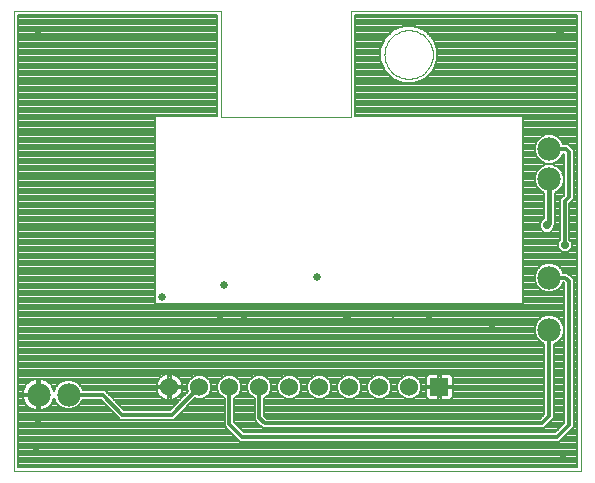
<source format=gbl>
G75*
%MOIN*%
%OFA0B0*%
%FSLAX24Y24*%
%IPPOS*%
%LPD*%
%AMOC8*
5,1,8,0,0,1.08239X$1,22.5*
%
%ADD10C,0.0000*%
%ADD11C,0.0780*%
%ADD12R,0.0600X0.0600*%
%ADD13C,0.0600*%
%ADD14C,0.0277*%
%ADD15C,0.0118*%
%ADD16C,0.0079*%
%ADD17C,0.0250*%
%ADD18C,0.0157*%
D10*
X000139Y000149D02*
X000139Y015504D01*
X007029Y015504D01*
X007029Y011960D01*
X011360Y011960D01*
X011360Y015504D01*
X019037Y015504D01*
X019037Y000149D01*
X000139Y000149D01*
X012482Y014047D02*
X012484Y014103D01*
X012490Y014159D01*
X012500Y014215D01*
X012513Y014269D01*
X012531Y014323D01*
X012552Y014375D01*
X012576Y014426D01*
X012605Y014475D01*
X012636Y014521D01*
X012671Y014566D01*
X012708Y014608D01*
X012749Y014647D01*
X012792Y014683D01*
X012838Y014716D01*
X012885Y014746D01*
X012935Y014772D01*
X012987Y014795D01*
X013040Y014815D01*
X013094Y014830D01*
X013149Y014842D01*
X013205Y014850D01*
X013261Y014854D01*
X013317Y014854D01*
X013373Y014850D01*
X013429Y014842D01*
X013484Y014830D01*
X013538Y014815D01*
X013591Y014795D01*
X013643Y014772D01*
X013692Y014746D01*
X013740Y014716D01*
X013786Y014683D01*
X013829Y014647D01*
X013870Y014608D01*
X013907Y014566D01*
X013942Y014521D01*
X013973Y014475D01*
X014002Y014426D01*
X014026Y014375D01*
X014047Y014323D01*
X014065Y014269D01*
X014078Y014215D01*
X014088Y014159D01*
X014094Y014103D01*
X014096Y014047D01*
X014094Y013991D01*
X014088Y013935D01*
X014078Y013879D01*
X014065Y013825D01*
X014047Y013771D01*
X014026Y013719D01*
X014002Y013668D01*
X013973Y013619D01*
X013942Y013573D01*
X013907Y013528D01*
X013870Y013486D01*
X013829Y013447D01*
X013786Y013411D01*
X013740Y013378D01*
X013693Y013348D01*
X013643Y013322D01*
X013591Y013299D01*
X013538Y013279D01*
X013484Y013264D01*
X013429Y013252D01*
X013373Y013244D01*
X013317Y013240D01*
X013261Y013240D01*
X013205Y013244D01*
X013149Y013252D01*
X013094Y013264D01*
X013040Y013279D01*
X012987Y013299D01*
X012935Y013322D01*
X012885Y013348D01*
X012838Y013378D01*
X012792Y013411D01*
X012749Y013447D01*
X012708Y013486D01*
X012671Y013528D01*
X012636Y013573D01*
X012605Y013619D01*
X012576Y013668D01*
X012552Y013719D01*
X012531Y013771D01*
X012513Y013825D01*
X012500Y013879D01*
X012490Y013935D01*
X012484Y013991D01*
X012482Y014047D01*
D11*
X017974Y010897D03*
X017974Y009897D03*
X017974Y006606D03*
X017974Y004874D03*
X001950Y002709D03*
X000950Y002709D03*
D12*
X014313Y002967D03*
D13*
X013313Y002967D03*
X012313Y002967D03*
X011313Y002967D03*
X010313Y002967D03*
X009313Y002967D03*
X008313Y002967D03*
X007313Y002967D03*
X006313Y002967D03*
X005313Y002967D03*
D14*
X017889Y008349D03*
X018489Y007699D03*
D15*
X018489Y009149D01*
X018639Y009299D01*
X018639Y010799D01*
X018539Y010899D01*
X017976Y010899D01*
X017974Y010897D01*
X017974Y006606D02*
X018509Y006610D01*
X018639Y006499D01*
X018639Y001699D01*
X018239Y001299D01*
X007739Y001299D01*
X007313Y001726D01*
X007313Y002967D01*
X008313Y002967D02*
X008313Y001926D01*
X008489Y001749D01*
X017739Y001749D01*
X017974Y001984D01*
X017974Y004874D01*
X006313Y002967D02*
X005385Y002039D01*
X003742Y002039D01*
X003742Y002047D01*
X003089Y002699D01*
X001959Y002699D01*
X001950Y002709D01*
D16*
X001489Y002544D02*
X001454Y002544D01*
X001441Y002505D02*
X001467Y002585D01*
X001468Y002594D01*
X001536Y002431D01*
X001673Y002294D01*
X001853Y002219D01*
X002048Y002219D01*
X002228Y002294D01*
X002365Y002431D01*
X002411Y002541D01*
X003024Y002541D01*
X003583Y001981D01*
X003583Y001974D01*
X003676Y001881D01*
X005450Y001881D01*
X006165Y002596D01*
X006233Y002568D01*
X006392Y002568D01*
X006539Y002629D01*
X006651Y002741D01*
X006712Y002888D01*
X006712Y003047D01*
X006651Y003193D01*
X006539Y003306D01*
X006392Y003367D01*
X006233Y003367D01*
X006086Y003306D01*
X005974Y003193D01*
X005913Y003047D01*
X005913Y002888D01*
X005941Y002820D01*
X005319Y002198D01*
X003815Y002198D01*
X003807Y002206D01*
X003155Y002858D01*
X002418Y002858D01*
X002365Y002986D01*
X002228Y003123D01*
X002048Y003198D01*
X001853Y003198D01*
X001673Y003123D01*
X001536Y002986D01*
X001468Y002823D01*
X001467Y002832D01*
X001441Y002912D01*
X001403Y002986D01*
X001354Y003053D01*
X001295Y003112D01*
X001228Y003161D01*
X001154Y003199D01*
X001074Y003225D01*
X000992Y003238D01*
X000990Y003238D01*
X000990Y002748D01*
X000911Y002748D01*
X000911Y003238D01*
X000909Y003238D01*
X000826Y003225D01*
X000747Y003199D01*
X000673Y003161D01*
X000606Y003112D01*
X000547Y003053D01*
X000498Y002986D01*
X000460Y002912D01*
X000434Y002832D01*
X000421Y002750D01*
X000421Y002748D01*
X000911Y002748D01*
X000911Y002669D01*
X000990Y002669D01*
X000990Y002179D01*
X000992Y002179D01*
X001074Y002192D01*
X001154Y002218D01*
X001228Y002256D01*
X001295Y002305D01*
X001354Y002364D01*
X001403Y002431D01*
X001441Y002505D01*
X001421Y002467D02*
X001521Y002467D01*
X001577Y002389D02*
X001373Y002389D01*
X001303Y002312D02*
X001655Y002312D01*
X001815Y002235D02*
X001187Y002235D01*
X000990Y002235D02*
X000911Y002235D01*
X000911Y002179D02*
X000911Y002669D01*
X000421Y002669D01*
X000421Y002667D01*
X000434Y002585D01*
X000460Y002505D01*
X000498Y002431D01*
X000547Y002364D01*
X000606Y002305D01*
X000673Y002256D01*
X000747Y002218D01*
X000826Y002192D01*
X000909Y002179D01*
X000911Y002179D01*
X000911Y002312D02*
X000990Y002312D01*
X000990Y002389D02*
X000911Y002389D01*
X000911Y002467D02*
X000990Y002467D01*
X000990Y002544D02*
X000911Y002544D01*
X000911Y002621D02*
X000990Y002621D01*
X000911Y002698D02*
X000279Y002698D01*
X000279Y002621D02*
X000428Y002621D01*
X000447Y002544D02*
X000279Y002544D01*
X000279Y002467D02*
X000479Y002467D01*
X000528Y002389D02*
X000279Y002389D01*
X000279Y002312D02*
X000598Y002312D01*
X000714Y002235D02*
X000279Y002235D01*
X000279Y002158D02*
X003407Y002158D01*
X003330Y002235D02*
X002086Y002235D01*
X002246Y002312D02*
X003253Y002312D01*
X003175Y002389D02*
X002323Y002389D01*
X002380Y002467D02*
X003098Y002467D01*
X003392Y002621D02*
X005041Y002621D01*
X005026Y002632D02*
X005082Y002591D01*
X005144Y002560D01*
X005210Y002539D01*
X005273Y002529D01*
X005273Y002928D01*
X004874Y002928D01*
X004884Y002864D01*
X004905Y002799D01*
X004937Y002737D01*
X004977Y002681D01*
X005026Y002632D01*
X004965Y002698D02*
X003314Y002698D01*
X003237Y002776D02*
X004917Y002776D01*
X004888Y002853D02*
X003160Y002853D01*
X003469Y002544D02*
X005193Y002544D01*
X005273Y002544D02*
X005352Y002544D01*
X005352Y002529D02*
X005415Y002539D01*
X005481Y002560D01*
X005543Y002591D01*
X005599Y002632D01*
X005648Y002681D01*
X005688Y002737D01*
X005720Y002799D01*
X005741Y002864D01*
X005751Y002928D01*
X005352Y002928D01*
X005352Y003007D01*
X005273Y003007D01*
X005273Y003406D01*
X005210Y003396D01*
X005144Y003374D01*
X005082Y003343D01*
X005026Y003302D01*
X004977Y003253D01*
X004937Y003197D01*
X004905Y003136D01*
X004884Y003070D01*
X004874Y003007D01*
X002344Y003007D01*
X002388Y002930D02*
X005273Y002930D01*
X005273Y002928D02*
X005273Y003007D01*
X005352Y003007D01*
X005352Y003406D01*
X005415Y003396D01*
X005481Y003374D01*
X005543Y003343D01*
X005599Y003302D01*
X005648Y003253D01*
X005688Y003197D01*
X005720Y003136D01*
X005741Y003070D01*
X005751Y003007D01*
X005913Y003007D01*
X005913Y002930D02*
X005352Y002930D01*
X005352Y002928D02*
X005352Y002529D01*
X005432Y002544D02*
X005665Y002544D01*
X005588Y002467D02*
X003546Y002467D01*
X003623Y002389D02*
X005511Y002389D01*
X005434Y002312D02*
X003701Y002312D01*
X003778Y002235D02*
X005356Y002235D01*
X005650Y002080D02*
X007154Y002080D01*
X007154Y002003D02*
X005573Y002003D01*
X005495Y001926D02*
X007154Y001926D01*
X007154Y001849D02*
X000279Y001849D01*
X000279Y001926D02*
X003631Y001926D01*
X003562Y002003D02*
X000279Y002003D01*
X000279Y002080D02*
X003484Y002080D01*
X002266Y003085D02*
X004889Y003085D01*
X004874Y003007D02*
X005273Y003007D01*
X005273Y003085D02*
X005352Y003085D01*
X005352Y003162D02*
X005273Y003162D01*
X005273Y003239D02*
X005352Y003239D01*
X005352Y003316D02*
X005273Y003316D01*
X005273Y003394D02*
X005352Y003394D01*
X005422Y003394D02*
X013953Y003394D01*
X013959Y003397D02*
X013927Y003379D01*
X013901Y003353D01*
X013883Y003321D01*
X013873Y003286D01*
X013873Y003007D01*
X013712Y003007D01*
X013712Y003047D02*
X013651Y003193D01*
X013539Y003306D01*
X013392Y003367D01*
X013233Y003367D01*
X013086Y003306D01*
X012974Y003193D01*
X012913Y003047D01*
X012913Y002888D01*
X012974Y002741D01*
X013086Y002629D01*
X013233Y002568D01*
X013392Y002568D01*
X013539Y002629D01*
X013651Y002741D01*
X013712Y002888D01*
X013712Y003047D01*
X013696Y003085D02*
X013873Y003085D01*
X013873Y003162D02*
X013664Y003162D01*
X013605Y003239D02*
X013873Y003239D01*
X013881Y003316D02*
X013513Y003316D01*
X013112Y003316D02*
X012513Y003316D01*
X012539Y003306D02*
X012392Y003367D01*
X012233Y003367D01*
X012086Y003306D01*
X011974Y003193D01*
X011913Y003047D01*
X011913Y002888D01*
X011974Y002741D01*
X012086Y002629D01*
X012233Y002568D01*
X012392Y002568D01*
X012539Y002629D01*
X012651Y002741D01*
X012712Y002888D01*
X012712Y003047D01*
X012651Y003193D01*
X012539Y003306D01*
X012605Y003239D02*
X013020Y003239D01*
X012961Y003162D02*
X012664Y003162D01*
X012696Y003085D02*
X012929Y003085D01*
X012913Y003007D02*
X012712Y003007D01*
X012712Y002930D02*
X012913Y002930D01*
X012928Y002853D02*
X012698Y002853D01*
X012666Y002776D02*
X012960Y002776D01*
X013017Y002698D02*
X012609Y002698D01*
X012521Y002621D02*
X013104Y002621D01*
X013521Y002621D02*
X013881Y002621D01*
X013883Y002613D02*
X013901Y002582D01*
X013927Y002556D01*
X013959Y002537D01*
X013994Y002528D01*
X014273Y002528D01*
X014273Y002928D01*
X013873Y002928D01*
X013873Y002649D01*
X013883Y002613D01*
X013873Y002698D02*
X013609Y002698D01*
X013666Y002776D02*
X013873Y002776D01*
X013873Y002853D02*
X013698Y002853D01*
X013712Y002930D02*
X014273Y002930D01*
X014273Y002928D02*
X014273Y003007D01*
X014352Y003007D01*
X014273Y003007D01*
X014273Y003407D01*
X013994Y003407D01*
X013959Y003397D01*
X014273Y003394D02*
X014352Y003394D01*
X014352Y003407D02*
X014352Y003007D01*
X014752Y003007D01*
X017816Y003007D01*
X017816Y002930D02*
X014352Y002930D01*
X014352Y002928D02*
X014352Y003007D01*
X014352Y003085D02*
X014273Y003085D01*
X014273Y003162D02*
X014352Y003162D01*
X014352Y003239D02*
X014273Y003239D01*
X014273Y003316D02*
X014352Y003316D01*
X014352Y003407D02*
X014631Y003407D01*
X014666Y003397D01*
X014698Y003379D01*
X014724Y003353D01*
X014742Y003321D01*
X014752Y003286D01*
X014752Y003007D01*
X014752Y003085D02*
X017816Y003085D01*
X017816Y003162D02*
X014752Y003162D01*
X014752Y003239D02*
X017816Y003239D01*
X017816Y003316D02*
X014744Y003316D01*
X014672Y003394D02*
X017816Y003394D01*
X017816Y003471D02*
X000279Y003471D01*
X000279Y003548D02*
X017816Y003548D01*
X017816Y003625D02*
X000279Y003625D01*
X000279Y003703D02*
X017816Y003703D01*
X017816Y003780D02*
X000279Y003780D01*
X000279Y003857D02*
X017816Y003857D01*
X017816Y003934D02*
X000279Y003934D01*
X000279Y004011D02*
X017816Y004011D01*
X017816Y004089D02*
X000279Y004089D01*
X000279Y004166D02*
X017816Y004166D01*
X017816Y004243D02*
X000279Y004243D01*
X000279Y004320D02*
X017816Y004320D01*
X017816Y004398D02*
X000279Y004398D01*
X000279Y004475D02*
X017681Y004475D01*
X017697Y004459D02*
X017816Y004410D01*
X017816Y002050D01*
X017674Y001908D01*
X008555Y001908D01*
X008471Y001992D01*
X008471Y002601D01*
X008539Y002629D01*
X008651Y002741D01*
X008712Y002888D01*
X008712Y003047D01*
X008651Y003193D01*
X008539Y003306D01*
X008392Y003367D01*
X008233Y003367D01*
X008086Y003306D01*
X007974Y003193D01*
X007913Y003047D01*
X007913Y002888D01*
X007974Y002741D01*
X008086Y002629D01*
X008154Y002601D01*
X008154Y001861D01*
X008247Y001768D01*
X008424Y001591D01*
X017805Y001591D01*
X017898Y001684D01*
X018132Y001918D01*
X018132Y004410D01*
X018251Y004459D01*
X018389Y004597D01*
X018463Y004777D01*
X018463Y004971D01*
X018389Y005151D01*
X018251Y005289D01*
X018071Y005363D01*
X017877Y005363D01*
X017697Y005289D01*
X017559Y005151D01*
X017485Y004971D01*
X017485Y004777D01*
X017559Y004597D01*
X017697Y004459D01*
X017604Y004552D02*
X000279Y004552D01*
X000279Y004629D02*
X017546Y004629D01*
X017514Y004707D02*
X000279Y004707D01*
X000279Y004784D02*
X017485Y004784D01*
X017485Y004861D02*
X000279Y004861D01*
X000279Y004938D02*
X017485Y004938D01*
X017503Y005016D02*
X000279Y005016D01*
X000279Y005093D02*
X017535Y005093D01*
X017578Y005170D02*
X000279Y005170D01*
X000279Y005247D02*
X017655Y005247D01*
X017783Y005325D02*
X000279Y005325D01*
X000279Y005402D02*
X018481Y005402D01*
X018481Y005479D02*
X000279Y005479D01*
X000279Y005556D02*
X018481Y005556D01*
X018481Y005634D02*
X000279Y005634D01*
X000279Y005711D02*
X018481Y005711D01*
X018481Y005788D02*
X017108Y005788D01*
X017108Y005784D02*
X017108Y011944D01*
X017108Y011977D01*
X017085Y012000D01*
X011499Y012000D01*
X011499Y015364D01*
X018898Y015364D01*
X018898Y000289D01*
X000279Y000289D01*
X000279Y015364D01*
X006890Y015364D01*
X006890Y012000D01*
X004847Y012000D01*
X004824Y011977D01*
X004824Y005751D01*
X004847Y005728D01*
X017085Y005728D01*
X017108Y005751D01*
X017108Y005784D01*
X017108Y005865D02*
X018481Y005865D01*
X018481Y005942D02*
X017108Y005942D01*
X017108Y006020D02*
X018481Y006020D01*
X018481Y006097D02*
X017108Y006097D01*
X017108Y006174D02*
X017738Y006174D01*
X017697Y006191D02*
X017877Y006117D01*
X018071Y006117D01*
X018251Y006191D01*
X018389Y006329D01*
X018439Y006451D01*
X018451Y006451D01*
X018481Y006426D01*
X018481Y001765D01*
X018174Y001458D01*
X007805Y001458D01*
X007471Y001792D01*
X007471Y002601D01*
X007539Y002629D01*
X007651Y002741D01*
X007712Y002888D01*
X007712Y003047D01*
X007651Y003193D01*
X007539Y003306D01*
X007392Y003367D01*
X007233Y003367D01*
X007086Y003306D01*
X006974Y003193D01*
X006913Y003047D01*
X006913Y002888D01*
X006974Y002741D01*
X007086Y002629D01*
X007154Y002601D01*
X007154Y001661D01*
X007247Y001568D01*
X007674Y001141D01*
X018305Y001141D01*
X018398Y001234D01*
X018798Y001634D01*
X018798Y006441D01*
X018803Y006447D01*
X018798Y006506D01*
X018798Y006565D01*
X018793Y006570D01*
X018792Y006578D01*
X018747Y006616D01*
X018705Y006658D01*
X018698Y006658D01*
X018616Y006727D01*
X018574Y006769D01*
X018567Y006769D01*
X018562Y006773D01*
X018502Y006768D01*
X018437Y006768D01*
X018389Y006883D01*
X018251Y007021D01*
X018071Y007096D01*
X017877Y007096D01*
X017697Y007021D01*
X017559Y006883D01*
X017485Y006703D01*
X017485Y006509D01*
X017559Y006329D01*
X017697Y006191D01*
X017637Y006251D02*
X017108Y006251D01*
X017108Y006329D02*
X017559Y006329D01*
X017527Y006406D02*
X017108Y006406D01*
X017108Y006483D02*
X017495Y006483D01*
X017485Y006560D02*
X017108Y006560D01*
X017108Y006638D02*
X017485Y006638D01*
X017489Y006715D02*
X017108Y006715D01*
X017108Y006792D02*
X017521Y006792D01*
X017553Y006869D02*
X017108Y006869D01*
X017108Y006947D02*
X017622Y006947D01*
X017704Y007024D02*
X017108Y007024D01*
X017108Y007101D02*
X018898Y007101D01*
X018898Y007024D02*
X018244Y007024D01*
X018326Y006947D02*
X018898Y006947D01*
X018898Y006869D02*
X018395Y006869D01*
X018427Y006792D02*
X018898Y006792D01*
X018898Y006715D02*
X018630Y006715D01*
X018725Y006638D02*
X018898Y006638D01*
X018898Y006560D02*
X018798Y006560D01*
X018800Y006483D02*
X018898Y006483D01*
X018898Y006406D02*
X018798Y006406D01*
X018798Y006329D02*
X018898Y006329D01*
X018898Y006251D02*
X018798Y006251D01*
X018798Y006174D02*
X018898Y006174D01*
X018898Y006097D02*
X018798Y006097D01*
X018798Y006020D02*
X018898Y006020D01*
X018898Y005942D02*
X018798Y005942D01*
X018798Y005865D02*
X018898Y005865D01*
X018898Y005788D02*
X018798Y005788D01*
X018798Y005711D02*
X018898Y005711D01*
X018898Y005634D02*
X018798Y005634D01*
X018798Y005556D02*
X018898Y005556D01*
X018898Y005479D02*
X018798Y005479D01*
X018798Y005402D02*
X018898Y005402D01*
X018898Y005325D02*
X018798Y005325D01*
X018798Y005247D02*
X018898Y005247D01*
X018898Y005170D02*
X018798Y005170D01*
X018798Y005093D02*
X018898Y005093D01*
X018898Y005016D02*
X018798Y005016D01*
X018798Y004938D02*
X018898Y004938D01*
X018898Y004861D02*
X018798Y004861D01*
X018798Y004784D02*
X018898Y004784D01*
X018898Y004707D02*
X018798Y004707D01*
X018798Y004629D02*
X018898Y004629D01*
X018898Y004552D02*
X018798Y004552D01*
X018798Y004475D02*
X018898Y004475D01*
X018898Y004398D02*
X018798Y004398D01*
X018798Y004320D02*
X018898Y004320D01*
X018898Y004243D02*
X018798Y004243D01*
X018798Y004166D02*
X018898Y004166D01*
X018898Y004089D02*
X018798Y004089D01*
X018798Y004011D02*
X018898Y004011D01*
X018898Y003934D02*
X018798Y003934D01*
X018798Y003857D02*
X018898Y003857D01*
X018898Y003780D02*
X018798Y003780D01*
X018798Y003703D02*
X018898Y003703D01*
X018898Y003625D02*
X018798Y003625D01*
X018798Y003548D02*
X018898Y003548D01*
X018898Y003471D02*
X018798Y003471D01*
X018798Y003394D02*
X018898Y003394D01*
X018898Y003316D02*
X018798Y003316D01*
X018798Y003239D02*
X018898Y003239D01*
X018898Y003162D02*
X018798Y003162D01*
X018798Y003085D02*
X018898Y003085D01*
X018898Y003007D02*
X018798Y003007D01*
X018798Y002930D02*
X018898Y002930D01*
X018898Y002853D02*
X018798Y002853D01*
X018798Y002776D02*
X018898Y002776D01*
X018898Y002698D02*
X018798Y002698D01*
X018798Y002621D02*
X018898Y002621D01*
X018898Y002544D02*
X018798Y002544D01*
X018798Y002467D02*
X018898Y002467D01*
X018898Y002389D02*
X018798Y002389D01*
X018798Y002312D02*
X018898Y002312D01*
X018898Y002235D02*
X018798Y002235D01*
X018798Y002158D02*
X018898Y002158D01*
X018898Y002080D02*
X018798Y002080D01*
X018798Y002003D02*
X018898Y002003D01*
X018898Y001926D02*
X018798Y001926D01*
X018798Y001849D02*
X018898Y001849D01*
X018898Y001771D02*
X018798Y001771D01*
X018798Y001694D02*
X018898Y001694D01*
X018898Y001617D02*
X018781Y001617D01*
X018704Y001540D02*
X018898Y001540D01*
X018898Y001463D02*
X018627Y001463D01*
X018549Y001385D02*
X018898Y001385D01*
X018898Y001308D02*
X018472Y001308D01*
X018395Y001231D02*
X018898Y001231D01*
X018898Y001154D02*
X018318Y001154D01*
X018178Y001463D02*
X007800Y001463D01*
X007723Y001540D02*
X018256Y001540D01*
X018333Y001617D02*
X017831Y001617D01*
X017908Y001694D02*
X018410Y001694D01*
X018481Y001771D02*
X017985Y001771D01*
X018063Y001849D02*
X018481Y001849D01*
X018481Y001926D02*
X018132Y001926D01*
X018132Y002003D02*
X018481Y002003D01*
X018481Y002080D02*
X018132Y002080D01*
X018132Y002158D02*
X018481Y002158D01*
X018481Y002235D02*
X018132Y002235D01*
X018132Y002312D02*
X018481Y002312D01*
X018481Y002389D02*
X018132Y002389D01*
X018132Y002467D02*
X018481Y002467D01*
X018481Y002544D02*
X018132Y002544D01*
X018132Y002621D02*
X018481Y002621D01*
X018481Y002698D02*
X018132Y002698D01*
X018132Y002776D02*
X018481Y002776D01*
X018481Y002853D02*
X018132Y002853D01*
X018132Y002930D02*
X018481Y002930D01*
X018481Y003007D02*
X018132Y003007D01*
X018132Y003085D02*
X018481Y003085D01*
X018481Y003162D02*
X018132Y003162D01*
X018132Y003239D02*
X018481Y003239D01*
X018481Y003316D02*
X018132Y003316D01*
X018132Y003394D02*
X018481Y003394D01*
X018481Y003471D02*
X018132Y003471D01*
X018132Y003548D02*
X018481Y003548D01*
X018481Y003625D02*
X018132Y003625D01*
X018132Y003703D02*
X018481Y003703D01*
X018481Y003780D02*
X018132Y003780D01*
X018132Y003857D02*
X018481Y003857D01*
X018481Y003934D02*
X018132Y003934D01*
X018132Y004011D02*
X018481Y004011D01*
X018481Y004089D02*
X018132Y004089D01*
X018132Y004166D02*
X018481Y004166D01*
X018481Y004243D02*
X018132Y004243D01*
X018132Y004320D02*
X018481Y004320D01*
X018481Y004398D02*
X018132Y004398D01*
X018267Y004475D02*
X018481Y004475D01*
X018481Y004552D02*
X018344Y004552D01*
X018402Y004629D02*
X018481Y004629D01*
X018481Y004707D02*
X018434Y004707D01*
X018463Y004784D02*
X018481Y004784D01*
X018481Y004861D02*
X018463Y004861D01*
X018463Y004938D02*
X018481Y004938D01*
X018481Y005016D02*
X018445Y005016D01*
X018413Y005093D02*
X018481Y005093D01*
X018481Y005170D02*
X018370Y005170D01*
X018293Y005247D02*
X018481Y005247D01*
X018481Y005325D02*
X018165Y005325D01*
X018210Y006174D02*
X018481Y006174D01*
X018481Y006251D02*
X018311Y006251D01*
X018389Y006329D02*
X018481Y006329D01*
X018481Y006406D02*
X018421Y006406D01*
X018898Y007178D02*
X017108Y007178D01*
X017108Y007256D02*
X018898Y007256D01*
X018898Y007333D02*
X017108Y007333D01*
X017108Y007410D02*
X018898Y007410D01*
X018898Y007487D02*
X018614Y007487D01*
X018588Y007461D02*
X018727Y007601D01*
X018727Y007798D01*
X018648Y007878D01*
X018648Y009084D01*
X018705Y009141D01*
X018798Y009234D01*
X018798Y010865D01*
X018705Y010958D01*
X018698Y010965D01*
X018605Y011058D01*
X018437Y011058D01*
X018389Y011175D01*
X018251Y011312D01*
X018071Y011387D01*
X017877Y011387D01*
X017697Y011312D01*
X017559Y011175D01*
X017485Y010995D01*
X017485Y010800D01*
X017559Y010620D01*
X017697Y010483D01*
X017877Y010408D01*
X018071Y010408D01*
X018251Y010483D01*
X018389Y010620D01*
X018439Y010741D01*
X018474Y010741D01*
X018481Y010734D01*
X018481Y009365D01*
X018331Y009215D01*
X018331Y007878D01*
X018251Y007798D01*
X018251Y007601D01*
X018391Y007461D01*
X018588Y007461D01*
X018691Y007565D02*
X018898Y007565D01*
X018898Y007642D02*
X018727Y007642D01*
X018727Y007719D02*
X018898Y007719D01*
X018898Y007796D02*
X018727Y007796D01*
X018652Y007873D02*
X018898Y007873D01*
X018898Y007951D02*
X018648Y007951D01*
X018648Y008028D02*
X018898Y008028D01*
X018898Y008105D02*
X018648Y008105D01*
X018648Y008182D02*
X018898Y008182D01*
X018898Y008260D02*
X018648Y008260D01*
X018648Y008337D02*
X018898Y008337D01*
X018898Y008414D02*
X018648Y008414D01*
X018648Y008491D02*
X018898Y008491D01*
X018898Y008569D02*
X018648Y008569D01*
X018648Y008646D02*
X018898Y008646D01*
X018898Y008723D02*
X018648Y008723D01*
X018648Y008800D02*
X018898Y008800D01*
X018898Y008878D02*
X018648Y008878D01*
X018648Y008955D02*
X018898Y008955D01*
X018898Y009032D02*
X018648Y009032D01*
X018673Y009109D02*
X018898Y009109D01*
X018898Y009187D02*
X018751Y009187D01*
X018798Y009264D02*
X018898Y009264D01*
X018898Y009341D02*
X018798Y009341D01*
X018798Y009418D02*
X018898Y009418D01*
X018898Y009496D02*
X018798Y009496D01*
X018798Y009573D02*
X018898Y009573D01*
X018898Y009650D02*
X018798Y009650D01*
X018798Y009727D02*
X018898Y009727D01*
X018898Y009804D02*
X018798Y009804D01*
X018798Y009882D02*
X018898Y009882D01*
X018898Y009959D02*
X018798Y009959D01*
X018798Y010036D02*
X018898Y010036D01*
X018898Y010113D02*
X018798Y010113D01*
X018798Y010191D02*
X018898Y010191D01*
X018898Y010268D02*
X018798Y010268D01*
X018798Y010345D02*
X018898Y010345D01*
X018898Y010422D02*
X018798Y010422D01*
X018798Y010500D02*
X018898Y010500D01*
X018898Y010577D02*
X018798Y010577D01*
X018798Y010654D02*
X018898Y010654D01*
X018898Y010731D02*
X018798Y010731D01*
X018798Y010809D02*
X018898Y010809D01*
X018898Y010886D02*
X018777Y010886D01*
X018705Y010958D02*
X018705Y010958D01*
X018700Y010963D02*
X018898Y010963D01*
X018898Y011040D02*
X018623Y011040D01*
X018698Y010965D02*
X018698Y010965D01*
X018898Y011118D02*
X018413Y011118D01*
X018369Y011195D02*
X018898Y011195D01*
X018898Y011272D02*
X018292Y011272D01*
X018162Y011349D02*
X018898Y011349D01*
X018898Y011427D02*
X017108Y011427D01*
X017108Y011504D02*
X018898Y011504D01*
X018898Y011581D02*
X017108Y011581D01*
X017108Y011658D02*
X018898Y011658D01*
X018898Y011736D02*
X017108Y011736D01*
X017108Y011813D02*
X018898Y011813D01*
X018898Y011890D02*
X017108Y011890D01*
X017108Y011967D02*
X018898Y011967D01*
X018898Y012044D02*
X011499Y012044D01*
X011499Y012122D02*
X018898Y012122D01*
X018898Y012199D02*
X011499Y012199D01*
X011499Y012276D02*
X018898Y012276D01*
X018898Y012353D02*
X011499Y012353D01*
X011499Y012431D02*
X018898Y012431D01*
X018898Y012508D02*
X011499Y012508D01*
X011499Y012585D02*
X018898Y012585D01*
X018898Y012662D02*
X011499Y012662D01*
X011499Y012740D02*
X018898Y012740D01*
X018898Y012817D02*
X011499Y012817D01*
X011499Y012894D02*
X018898Y012894D01*
X018898Y012971D02*
X011499Y012971D01*
X011499Y013049D02*
X018898Y013049D01*
X018898Y013126D02*
X013538Y013126D01*
X013477Y013101D02*
X013825Y013245D01*
X014091Y013511D01*
X014235Y013859D01*
X014235Y014235D01*
X014091Y014583D01*
X013825Y014849D01*
X013477Y014994D01*
X013101Y014994D01*
X012753Y014849D01*
X012487Y014583D01*
X012343Y014235D01*
X012343Y013859D01*
X012487Y013511D01*
X012753Y013245D01*
X013101Y013101D01*
X013477Y013101D01*
X013725Y013203D02*
X018898Y013203D01*
X018898Y013280D02*
X013861Y013280D01*
X013938Y013358D02*
X018898Y013358D01*
X018898Y013435D02*
X014015Y013435D01*
X014092Y013512D02*
X018898Y013512D01*
X018898Y013589D02*
X014124Y013589D01*
X014156Y013667D02*
X018898Y013667D01*
X018898Y013744D02*
X014188Y013744D01*
X014220Y013821D02*
X018898Y013821D01*
X018898Y013898D02*
X014235Y013898D01*
X014235Y013975D02*
X018898Y013975D01*
X018898Y014053D02*
X014235Y014053D01*
X014235Y014130D02*
X018898Y014130D01*
X018898Y014207D02*
X014235Y014207D01*
X014215Y014284D02*
X018898Y014284D01*
X018898Y014362D02*
X014183Y014362D01*
X014151Y014439D02*
X018898Y014439D01*
X018898Y014516D02*
X014119Y014516D01*
X014081Y014593D02*
X018898Y014593D01*
X018898Y014671D02*
X014004Y014671D01*
X013927Y014748D02*
X018898Y014748D01*
X018898Y014825D02*
X013849Y014825D01*
X013697Y014902D02*
X018898Y014902D01*
X018898Y014980D02*
X013511Y014980D01*
X013067Y014980D02*
X011499Y014980D01*
X011499Y015057D02*
X018898Y015057D01*
X018898Y015134D02*
X011499Y015134D01*
X011499Y015211D02*
X018898Y015211D01*
X018898Y015289D02*
X011499Y015289D01*
X011499Y014902D02*
X012881Y014902D01*
X012729Y014825D02*
X011499Y014825D01*
X011499Y014748D02*
X012651Y014748D01*
X012574Y014671D02*
X011499Y014671D01*
X011499Y014593D02*
X012497Y014593D01*
X012459Y014516D02*
X011499Y014516D01*
X011499Y014439D02*
X012427Y014439D01*
X012395Y014362D02*
X011499Y014362D01*
X011499Y014284D02*
X012363Y014284D01*
X012343Y014207D02*
X011499Y014207D01*
X011499Y014130D02*
X012343Y014130D01*
X012343Y014053D02*
X011499Y014053D01*
X011499Y013975D02*
X012343Y013975D01*
X012343Y013898D02*
X011499Y013898D01*
X011499Y013821D02*
X012358Y013821D01*
X012390Y013744D02*
X011499Y013744D01*
X011499Y013667D02*
X012422Y013667D01*
X012454Y013589D02*
X011499Y013589D01*
X011499Y013512D02*
X012486Y013512D01*
X012563Y013435D02*
X011499Y013435D01*
X011499Y013358D02*
X012640Y013358D01*
X012717Y013280D02*
X011499Y013280D01*
X011499Y013203D02*
X012853Y013203D01*
X013040Y013126D02*
X011499Y013126D01*
X006890Y013126D02*
X000279Y013126D01*
X000279Y013203D02*
X006890Y013203D01*
X006890Y013280D02*
X000279Y013280D01*
X000279Y013358D02*
X006890Y013358D01*
X006890Y013435D02*
X000279Y013435D01*
X000279Y013512D02*
X006890Y013512D01*
X006890Y013589D02*
X000279Y013589D01*
X000279Y013667D02*
X006890Y013667D01*
X006890Y013744D02*
X000279Y013744D01*
X000279Y013821D02*
X006890Y013821D01*
X006890Y013898D02*
X000279Y013898D01*
X000279Y013975D02*
X006890Y013975D01*
X006890Y014053D02*
X000279Y014053D01*
X000279Y014130D02*
X006890Y014130D01*
X006890Y014207D02*
X000279Y014207D01*
X000279Y014284D02*
X006890Y014284D01*
X006890Y014362D02*
X000279Y014362D01*
X000279Y014439D02*
X006890Y014439D01*
X006890Y014516D02*
X000279Y014516D01*
X000279Y014593D02*
X006890Y014593D01*
X006890Y014671D02*
X000279Y014671D01*
X000279Y014748D02*
X006890Y014748D01*
X006890Y014825D02*
X000279Y014825D01*
X000279Y014902D02*
X006890Y014902D01*
X006890Y014980D02*
X000279Y014980D01*
X000279Y015057D02*
X006890Y015057D01*
X006890Y015134D02*
X000279Y015134D01*
X000279Y015211D02*
X006890Y015211D01*
X006890Y015289D02*
X000279Y015289D01*
X000279Y013049D02*
X006890Y013049D01*
X006890Y012971D02*
X000279Y012971D01*
X000279Y012894D02*
X006890Y012894D01*
X006890Y012817D02*
X000279Y012817D01*
X000279Y012740D02*
X006890Y012740D01*
X006890Y012662D02*
X000279Y012662D01*
X000279Y012585D02*
X006890Y012585D01*
X006890Y012508D02*
X000279Y012508D01*
X000279Y012431D02*
X006890Y012431D01*
X006890Y012353D02*
X000279Y012353D01*
X000279Y012276D02*
X006890Y012276D01*
X006890Y012199D02*
X000279Y012199D01*
X000279Y012122D02*
X006890Y012122D01*
X006890Y012044D02*
X000279Y012044D01*
X000279Y011967D02*
X004824Y011967D01*
X004824Y011890D02*
X000279Y011890D01*
X000279Y011813D02*
X004824Y011813D01*
X004824Y011736D02*
X000279Y011736D01*
X000279Y011658D02*
X004824Y011658D01*
X004824Y011581D02*
X000279Y011581D01*
X000279Y011504D02*
X004824Y011504D01*
X004824Y011427D02*
X000279Y011427D01*
X000279Y011349D02*
X004824Y011349D01*
X004824Y011272D02*
X000279Y011272D01*
X000279Y011195D02*
X004824Y011195D01*
X004824Y011118D02*
X000279Y011118D01*
X000279Y011040D02*
X004824Y011040D01*
X004824Y010963D02*
X000279Y010963D01*
X000279Y010886D02*
X004824Y010886D01*
X004824Y010809D02*
X000279Y010809D01*
X000279Y010731D02*
X004824Y010731D01*
X004824Y010654D02*
X000279Y010654D01*
X000279Y010577D02*
X004824Y010577D01*
X004824Y010500D02*
X000279Y010500D01*
X000279Y010422D02*
X004824Y010422D01*
X004824Y010345D02*
X000279Y010345D01*
X000279Y010268D02*
X004824Y010268D01*
X004824Y010191D02*
X000279Y010191D01*
X000279Y010113D02*
X004824Y010113D01*
X004824Y010036D02*
X000279Y010036D01*
X000279Y009959D02*
X004824Y009959D01*
X004824Y009882D02*
X000279Y009882D01*
X000279Y009804D02*
X004824Y009804D01*
X004824Y009727D02*
X000279Y009727D01*
X000279Y009650D02*
X004824Y009650D01*
X004824Y009573D02*
X000279Y009573D01*
X000279Y009496D02*
X004824Y009496D01*
X004824Y009418D02*
X000279Y009418D01*
X000279Y009341D02*
X004824Y009341D01*
X004824Y009264D02*
X000279Y009264D01*
X000279Y009187D02*
X004824Y009187D01*
X004824Y009109D02*
X000279Y009109D01*
X000279Y009032D02*
X004824Y009032D01*
X004824Y008955D02*
X000279Y008955D01*
X000279Y008878D02*
X004824Y008878D01*
X004824Y008800D02*
X000279Y008800D01*
X000279Y008723D02*
X004824Y008723D01*
X004824Y008646D02*
X000279Y008646D01*
X000279Y008569D02*
X004824Y008569D01*
X004824Y008491D02*
X000279Y008491D01*
X000279Y008414D02*
X004824Y008414D01*
X004824Y008337D02*
X000279Y008337D01*
X000279Y008260D02*
X004824Y008260D01*
X004824Y008182D02*
X000279Y008182D01*
X000279Y008105D02*
X004824Y008105D01*
X004824Y008028D02*
X000279Y008028D01*
X000279Y007951D02*
X004824Y007951D01*
X004824Y007873D02*
X000279Y007873D01*
X000279Y007796D02*
X004824Y007796D01*
X004824Y007719D02*
X000279Y007719D01*
X000279Y007642D02*
X004824Y007642D01*
X004824Y007565D02*
X000279Y007565D01*
X000279Y007487D02*
X004824Y007487D01*
X004824Y007410D02*
X000279Y007410D01*
X000279Y007333D02*
X004824Y007333D01*
X004824Y007256D02*
X000279Y007256D01*
X000279Y007178D02*
X004824Y007178D01*
X004824Y007101D02*
X000279Y007101D01*
X000279Y007024D02*
X004824Y007024D01*
X004824Y006947D02*
X000279Y006947D01*
X000279Y006869D02*
X004824Y006869D01*
X004824Y006792D02*
X000279Y006792D01*
X000279Y006715D02*
X004824Y006715D01*
X004824Y006638D02*
X000279Y006638D01*
X000279Y006560D02*
X004824Y006560D01*
X004824Y006483D02*
X000279Y006483D01*
X000279Y006406D02*
X004824Y006406D01*
X004824Y006329D02*
X000279Y006329D01*
X000279Y006251D02*
X004824Y006251D01*
X004824Y006174D02*
X000279Y006174D01*
X000279Y006097D02*
X004824Y006097D01*
X004824Y006020D02*
X000279Y006020D01*
X000279Y005942D02*
X004824Y005942D01*
X004824Y005865D02*
X000279Y005865D01*
X000279Y005788D02*
X004824Y005788D01*
X005203Y003394D02*
X000279Y003394D01*
X000279Y003316D02*
X005046Y003316D01*
X004967Y003239D02*
X000279Y003239D01*
X000279Y003162D02*
X000674Y003162D01*
X000578Y003085D02*
X000279Y003085D01*
X000279Y003007D02*
X000513Y003007D01*
X000469Y002930D02*
X000279Y002930D01*
X000279Y002853D02*
X000441Y002853D01*
X000425Y002776D02*
X000279Y002776D01*
X000911Y002776D02*
X000990Y002776D01*
X000990Y002853D02*
X000911Y002853D01*
X000911Y002930D02*
X000990Y002930D01*
X000990Y003007D02*
X000911Y003007D01*
X000911Y003085D02*
X000990Y003085D01*
X000990Y003162D02*
X000911Y003162D01*
X001227Y003162D02*
X001766Y003162D01*
X001634Y003085D02*
X001323Y003085D01*
X001388Y003007D02*
X001557Y003007D01*
X001512Y002930D02*
X001432Y002930D01*
X001460Y002853D02*
X001480Y002853D01*
X002135Y003162D02*
X004919Y003162D01*
X005273Y002928D02*
X005352Y002928D01*
X005352Y002853D02*
X005273Y002853D01*
X005273Y002776D02*
X005352Y002776D01*
X005352Y002698D02*
X005273Y002698D01*
X005273Y002621D02*
X005352Y002621D01*
X005584Y002621D02*
X005743Y002621D01*
X005820Y002698D02*
X005660Y002698D01*
X005708Y002776D02*
X005897Y002776D01*
X005928Y002853D02*
X005737Y002853D01*
X005751Y003007D02*
X005352Y003007D01*
X005658Y003239D02*
X006020Y003239D01*
X005961Y003162D02*
X005707Y003162D01*
X005736Y003085D02*
X005929Y003085D01*
X006112Y003316D02*
X005580Y003316D01*
X006513Y003316D02*
X007112Y003316D01*
X007020Y003239D02*
X006605Y003239D01*
X006664Y003162D02*
X006961Y003162D01*
X006929Y003085D02*
X006696Y003085D01*
X006712Y003007D02*
X006913Y003007D01*
X006913Y002930D02*
X006712Y002930D01*
X006698Y002853D02*
X006928Y002853D01*
X006960Y002776D02*
X006666Y002776D01*
X006609Y002698D02*
X007017Y002698D01*
X007104Y002621D02*
X006521Y002621D01*
X006113Y002544D02*
X007154Y002544D01*
X007154Y002467D02*
X006036Y002467D01*
X005959Y002389D02*
X007154Y002389D01*
X007154Y002312D02*
X005882Y002312D01*
X005804Y002235D02*
X007154Y002235D01*
X007154Y002158D02*
X005727Y002158D01*
X007154Y001771D02*
X000279Y001771D01*
X000279Y001694D02*
X007154Y001694D01*
X007198Y001617D02*
X000279Y001617D01*
X000279Y001540D02*
X007275Y001540D01*
X007352Y001463D02*
X000279Y001463D01*
X000279Y001385D02*
X007429Y001385D01*
X007507Y001308D02*
X000279Y001308D01*
X000279Y001231D02*
X007584Y001231D01*
X007661Y001154D02*
X000279Y001154D01*
X000279Y001076D02*
X018898Y001076D01*
X018898Y000999D02*
X000279Y000999D01*
X000279Y000922D02*
X018898Y000922D01*
X018898Y000845D02*
X000279Y000845D01*
X000279Y000767D02*
X018898Y000767D01*
X018898Y000690D02*
X000279Y000690D01*
X000279Y000613D02*
X018898Y000613D01*
X018898Y000536D02*
X000279Y000536D01*
X000279Y000458D02*
X018898Y000458D01*
X018898Y000381D02*
X000279Y000381D01*
X000279Y000304D02*
X018898Y000304D01*
X017692Y001926D02*
X008537Y001926D01*
X008471Y002003D02*
X017769Y002003D01*
X017816Y002080D02*
X008471Y002080D01*
X008471Y002158D02*
X017816Y002158D01*
X017816Y002235D02*
X008471Y002235D01*
X008471Y002312D02*
X017816Y002312D01*
X017816Y002389D02*
X008471Y002389D01*
X008471Y002467D02*
X017816Y002467D01*
X017816Y002544D02*
X014678Y002544D01*
X014666Y002537D02*
X014698Y002556D01*
X014724Y002582D01*
X014742Y002613D01*
X014752Y002649D01*
X014752Y002928D01*
X014352Y002928D01*
X014352Y002528D01*
X014631Y002528D01*
X014666Y002537D01*
X014745Y002621D02*
X017816Y002621D01*
X017816Y002698D02*
X014752Y002698D01*
X014752Y002776D02*
X017816Y002776D01*
X017816Y002853D02*
X014752Y002853D01*
X014352Y002853D02*
X014273Y002853D01*
X014273Y002928D02*
X014352Y002928D01*
X014273Y003007D02*
X013873Y003007D01*
X014273Y002776D02*
X014352Y002776D01*
X014352Y002698D02*
X014273Y002698D01*
X014273Y002621D02*
X014352Y002621D01*
X014352Y002544D02*
X014273Y002544D01*
X013947Y002544D02*
X008471Y002544D01*
X008521Y002621D02*
X009104Y002621D01*
X009086Y002629D02*
X009233Y002568D01*
X009392Y002568D01*
X009539Y002629D01*
X009651Y002741D01*
X009712Y002888D01*
X009712Y003047D01*
X009651Y003193D01*
X009539Y003306D01*
X009392Y003367D01*
X009233Y003367D01*
X009086Y003306D01*
X008974Y003193D01*
X008913Y003047D01*
X008913Y002888D01*
X008974Y002741D01*
X009086Y002629D01*
X009017Y002698D02*
X008609Y002698D01*
X008666Y002776D02*
X008960Y002776D01*
X008928Y002853D02*
X008698Y002853D01*
X008712Y002930D02*
X008913Y002930D01*
X008913Y003007D02*
X008712Y003007D01*
X008696Y003085D02*
X008929Y003085D01*
X008961Y003162D02*
X008664Y003162D01*
X008605Y003239D02*
X009020Y003239D01*
X009112Y003316D02*
X008513Y003316D01*
X008112Y003316D02*
X007513Y003316D01*
X007605Y003239D02*
X008020Y003239D01*
X007961Y003162D02*
X007664Y003162D01*
X007696Y003085D02*
X007929Y003085D01*
X007913Y003007D02*
X007712Y003007D01*
X007712Y002930D02*
X007913Y002930D01*
X007928Y002853D02*
X007698Y002853D01*
X007666Y002776D02*
X007960Y002776D01*
X008017Y002698D02*
X007609Y002698D01*
X007521Y002621D02*
X008104Y002621D01*
X008154Y002544D02*
X007471Y002544D01*
X007471Y002467D02*
X008154Y002467D01*
X008154Y002389D02*
X007471Y002389D01*
X007471Y002312D02*
X008154Y002312D01*
X008154Y002235D02*
X007471Y002235D01*
X007471Y002158D02*
X008154Y002158D01*
X008154Y002080D02*
X007471Y002080D01*
X007471Y002003D02*
X008154Y002003D01*
X008154Y001926D02*
X007471Y001926D01*
X007471Y001849D02*
X008166Y001849D01*
X008243Y001771D02*
X007491Y001771D01*
X007569Y001694D02*
X008321Y001694D01*
X008398Y001617D02*
X007646Y001617D01*
X009521Y002621D02*
X010104Y002621D01*
X010086Y002629D02*
X010233Y002568D01*
X010392Y002568D01*
X010539Y002629D01*
X010651Y002741D01*
X010712Y002888D01*
X010712Y003047D01*
X010651Y003193D01*
X010539Y003306D01*
X010392Y003367D01*
X010233Y003367D01*
X010086Y003306D01*
X009974Y003193D01*
X009913Y003047D01*
X009913Y002888D01*
X009974Y002741D01*
X010086Y002629D01*
X010017Y002698D02*
X009609Y002698D01*
X009666Y002776D02*
X009960Y002776D01*
X009928Y002853D02*
X009698Y002853D01*
X009712Y002930D02*
X009913Y002930D01*
X009913Y003007D02*
X009712Y003007D01*
X009696Y003085D02*
X009929Y003085D01*
X009961Y003162D02*
X009664Y003162D01*
X009605Y003239D02*
X010020Y003239D01*
X010112Y003316D02*
X009513Y003316D01*
X010513Y003316D02*
X011112Y003316D01*
X011086Y003306D02*
X010974Y003193D01*
X010913Y003047D01*
X010913Y002888D01*
X010974Y002741D01*
X011086Y002629D01*
X011233Y002568D01*
X011392Y002568D01*
X011539Y002629D01*
X011651Y002741D01*
X011712Y002888D01*
X011712Y003047D01*
X011651Y003193D01*
X011539Y003306D01*
X011392Y003367D01*
X011233Y003367D01*
X011086Y003306D01*
X011020Y003239D02*
X010605Y003239D01*
X010664Y003162D02*
X010961Y003162D01*
X010929Y003085D02*
X010696Y003085D01*
X010712Y003007D02*
X010913Y003007D01*
X010913Y002930D02*
X010712Y002930D01*
X010698Y002853D02*
X010928Y002853D01*
X010960Y002776D02*
X010666Y002776D01*
X010609Y002698D02*
X011017Y002698D01*
X011104Y002621D02*
X010521Y002621D01*
X011521Y002621D02*
X012104Y002621D01*
X012017Y002698D02*
X011609Y002698D01*
X011666Y002776D02*
X011960Y002776D01*
X011928Y002853D02*
X011698Y002853D01*
X011712Y002930D02*
X011913Y002930D01*
X011913Y003007D02*
X011712Y003007D01*
X011696Y003085D02*
X011929Y003085D01*
X011961Y003162D02*
X011664Y003162D01*
X011605Y003239D02*
X012020Y003239D01*
X012112Y003316D02*
X011513Y003316D01*
X017108Y007487D02*
X018365Y007487D01*
X018288Y007565D02*
X017108Y007565D01*
X017108Y007642D02*
X018251Y007642D01*
X018251Y007719D02*
X017108Y007719D01*
X017108Y007796D02*
X018251Y007796D01*
X018327Y007873D02*
X017108Y007873D01*
X017108Y007951D02*
X018331Y007951D01*
X018331Y008028D02*
X017108Y008028D01*
X017108Y008105D02*
X018331Y008105D01*
X018331Y008182D02*
X018059Y008182D01*
X018127Y008251D02*
X018127Y008336D01*
X018152Y008360D01*
X018152Y009442D01*
X018251Y009483D01*
X018389Y009620D01*
X018463Y009800D01*
X018463Y009995D01*
X018389Y010175D01*
X018251Y010312D01*
X018071Y010387D01*
X017877Y010387D01*
X017697Y010312D01*
X017559Y010175D01*
X017485Y009995D01*
X017485Y009800D01*
X017559Y009620D01*
X017697Y009483D01*
X017796Y009442D01*
X017796Y008588D01*
X017791Y008588D01*
X017651Y008448D01*
X017651Y008251D01*
X017791Y008111D01*
X017988Y008111D01*
X018127Y008251D01*
X018127Y008260D02*
X018331Y008260D01*
X018331Y008337D02*
X018129Y008337D01*
X018152Y008414D02*
X018331Y008414D01*
X018331Y008491D02*
X018152Y008491D01*
X018152Y008569D02*
X018331Y008569D01*
X018331Y008646D02*
X018152Y008646D01*
X018152Y008723D02*
X018331Y008723D01*
X018331Y008800D02*
X018152Y008800D01*
X018152Y008878D02*
X018331Y008878D01*
X018331Y008955D02*
X018152Y008955D01*
X018152Y009032D02*
X018331Y009032D01*
X018331Y009109D02*
X018152Y009109D01*
X018152Y009187D02*
X018331Y009187D01*
X018380Y009264D02*
X018152Y009264D01*
X018152Y009341D02*
X018457Y009341D01*
X018481Y009418D02*
X018152Y009418D01*
X018264Y009496D02*
X018481Y009496D01*
X018481Y009573D02*
X018341Y009573D01*
X018401Y009650D02*
X018481Y009650D01*
X018481Y009727D02*
X018433Y009727D01*
X018463Y009804D02*
X018481Y009804D01*
X018481Y009882D02*
X018463Y009882D01*
X018463Y009959D02*
X018481Y009959D01*
X018481Y010036D02*
X018446Y010036D01*
X018414Y010113D02*
X018481Y010113D01*
X018481Y010191D02*
X018373Y010191D01*
X018296Y010268D02*
X018481Y010268D01*
X018481Y010345D02*
X018172Y010345D01*
X018106Y010422D02*
X018481Y010422D01*
X018481Y010500D02*
X018268Y010500D01*
X018346Y010577D02*
X018481Y010577D01*
X018481Y010654D02*
X018403Y010654D01*
X018435Y010731D02*
X018481Y010731D01*
X017842Y010422D02*
X017108Y010422D01*
X017108Y010345D02*
X017776Y010345D01*
X017652Y010268D02*
X017108Y010268D01*
X017108Y010191D02*
X017575Y010191D01*
X017534Y010113D02*
X017108Y010113D01*
X017108Y010036D02*
X017502Y010036D01*
X017485Y009959D02*
X017108Y009959D01*
X017108Y009882D02*
X017485Y009882D01*
X017485Y009804D02*
X017108Y009804D01*
X017108Y009727D02*
X017515Y009727D01*
X017547Y009650D02*
X017108Y009650D01*
X017108Y009573D02*
X017607Y009573D01*
X017684Y009496D02*
X017108Y009496D01*
X017108Y009418D02*
X017796Y009418D01*
X017796Y009341D02*
X017108Y009341D01*
X017108Y009264D02*
X017796Y009264D01*
X017796Y009187D02*
X017108Y009187D01*
X017108Y009109D02*
X017796Y009109D01*
X017796Y009032D02*
X017108Y009032D01*
X017108Y008955D02*
X017796Y008955D01*
X017796Y008878D02*
X017108Y008878D01*
X017108Y008800D02*
X017796Y008800D01*
X017796Y008723D02*
X017108Y008723D01*
X017108Y008646D02*
X017796Y008646D01*
X017772Y008569D02*
X017108Y008569D01*
X017108Y008491D02*
X017695Y008491D01*
X017651Y008414D02*
X017108Y008414D01*
X017108Y008337D02*
X017651Y008337D01*
X017651Y008260D02*
X017108Y008260D01*
X017108Y008182D02*
X017720Y008182D01*
X017680Y010500D02*
X017108Y010500D01*
X017108Y010577D02*
X017603Y010577D01*
X017545Y010654D02*
X017108Y010654D01*
X017108Y010731D02*
X017513Y010731D01*
X017485Y010809D02*
X017108Y010809D01*
X017108Y010886D02*
X017485Y010886D01*
X017485Y010963D02*
X017108Y010963D01*
X017108Y011040D02*
X017504Y011040D01*
X017535Y011118D02*
X017108Y011118D01*
X017108Y011195D02*
X017579Y011195D01*
X017657Y011272D02*
X017108Y011272D01*
X017108Y011349D02*
X017786Y011349D01*
D17*
X018328Y014795D03*
X010227Y006621D03*
X011234Y005270D03*
X012777Y005171D03*
X013981Y005378D03*
X016077Y005021D03*
X018427Y000710D03*
X007816Y005216D03*
X007006Y005235D03*
X007127Y006371D03*
X005077Y005971D03*
X000927Y001860D03*
X000877Y000810D03*
X000927Y014716D03*
D18*
X017974Y009897D02*
X017974Y008434D01*
X017889Y008349D01*
M02*

</source>
